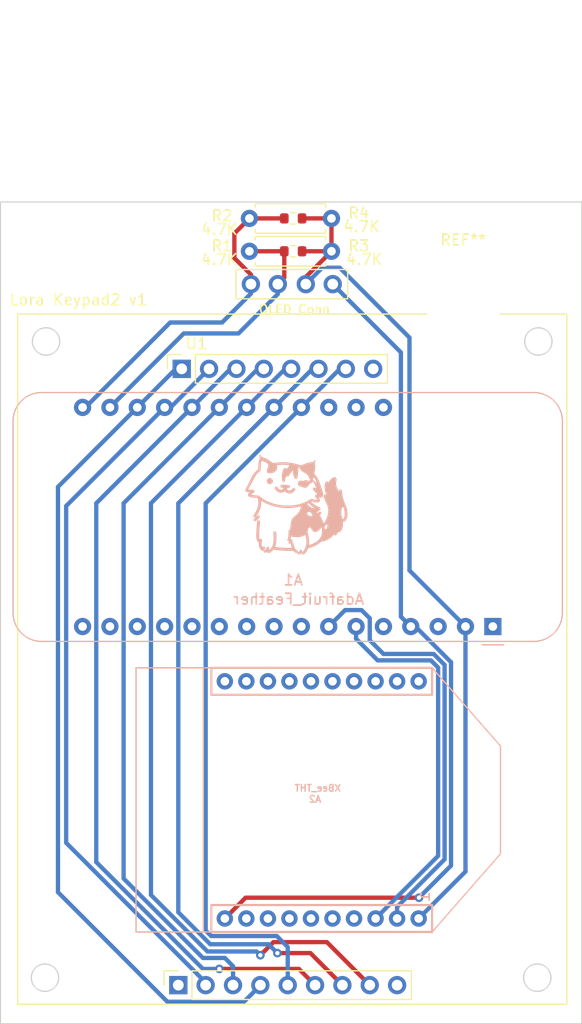
<source format=kicad_pcb>
(kicad_pcb (version 20221018) (generator pcbnew)
  (title_block (title "Lora Keypad2") (date "2023-08-30") (rev "v1"))
  (layers (0 "F.Cu" signal) (31 "B.Cu" signal) (34 "B.Paste" user) (35 "F.Paste" user) (36 "B.SilkS" user "B.Silkscreen") (37 "F.SilkS" user "F.Silkscreen") (38 "B.Mask" user) (39 "F.Mask" user) (44 "Edge.Cuts" user))
  (net 0 "")
  (net 2 "+3.3V")
  (net 4 "GND")
  (net 15 "I2C_SDA")
  (net 16 "I2C_SCL")
  (net 20 "TX")
  (net 21 "RX")
  (net 22 "C1")
  (net 23 "C2")
  (net 24 "C3")
  (net 25 "R1")
  (net 26 "R2")
  (net 27 "R3")
  (net 28 "R4")
  (footprint "Scotts:OLED-SSD1306-128X64-I2C-THT_2HOLE" (layer "F.Cu") (at 199.771 63.5 180)
    (fp_text reference "J1" hide)
    (fp_text value "OLED Conn" (at -0.254 -2.332) (layer "F.SilkS") (effects (font (size 0.8 0.8))))
    (pad "" np_thru_hole circle (at -11.65 0.5 180) (size 2.2 2.2) (drill 2.2) (layers "*.Cu" "*.Mask") (clearance 1.4))
    (pad "" np_thru_hole circle (at 11.65 0.5 180) (size 2.2 2.2) (drill 2.2) (layers "*.Cu" "*.Mask") (clearance 1.4))
    (pad "1" thru_hole circle (at 3.8 0 180) (size 1.7 1.7) (drill 1) (layers "*.Cu" "*.Mask") (net 15 "I2C_SDA"))
    (pad "2" thru_hole circle (at 1.3 0 180) (size 1.7 1.7) (drill 1) (layers "*.Cu" "*.Mask") (net 16 "I2C_SCL"))
    (pad "3" thru_hole circle (at -1.3 0 180) (size 1.7 1.7) (drill 1) (layers "*.Cu" "*.Mask") (net 2 "+3.3V"))
    (pad "4" thru_hole circle (at -3.8 0 180) (size 1.7 1.7) (drill 1) (layers "*.Cu" "*.Mask") (net 4 "GND"))
  )
  (footprint "Resistor_THT:R_Axial_DIN0207_L6.3mm_D2.5mm_P7.62mm_Horizontal" (layer "F.Cu") (at 203.454 60.452 180)
    (fp_text reference "R3" (at -2.54 0.508) (layer "F.SilkS"))
    (fp_text value "4.7K" (at -3.048 -0.762) (layer "F.SilkS"))
    (pad "1" thru_hole circle (at 0 0 180) (size 1.6 1.6) (drill 0.8) (layers "*.Cu" "*.Mask") (net 2 "+3.3V"))
    (pad "2" thru_hole oval (at 7.62 0 180) (size 1.6 1.6) (drill 0.8) (layers "*.Cu" "*.Mask") (net 16 "I2C_SCL"))
  )
  (footprint "Resistor_SMD:R_0603_1608Metric" (layer "F.Cu") (at 199.898 60.452 180)
    (fp_text reference "R1" (at 6.604 0.508) (layer "F.SilkS"))
    (fp_text value "4.7K" (at 6.858 -0.762) (layer "F.SilkS"))
    (pad "1" smd roundrect (at -0.825 0 180) (size 0.8 0.95) (layers "F.Cu" "F.Paste" "F.Mask") (net 2 "+3.3V"))
    (pad "2" smd roundrect (at 0.825 0 180) (size 0.8 0.95) (layers "F.Cu" "F.Paste" "F.Mask") (net 16 "I2C_SCL"))
  )
  (footprint "Resistor_THT:R_Axial_DIN0207_L6.3mm_D2.5mm_P7.62mm_Horizontal" (layer "F.Cu") (at 203.454 57.404 180)
    (fp_text reference "R4" (at -2.54 0.508) (layer "F.SilkS"))
    (fp_text value "4.7K" (at -2.794 -0.762) (layer "F.SilkS"))
    (pad "1" thru_hole circle (at 0 0 180) (size 1.6 1.6) (drill 0.8) (layers "*.Cu" "*.Mask") (net 2 "+3.3V"))
    (pad "2" thru_hole oval (at 7.62 0 180) (size 1.6 1.6) (drill 0.8) (layers "*.Cu" "*.Mask") (net 15 "I2C_SDA"))
  )
  (footprint "Resistor_SMD:R_0603_1608Metric" (layer "F.Cu") (at 199.898 57.404 180)
    (fp_text reference "R2" (at 6.604 0.254) (layer "F.SilkS"))
    (fp_text value "4.7K" (at 6.858 -1.016) (layer "F.SilkS"))
    (pad "1" smd roundrect (at -0.825 0 180) (size 0.8 0.95) (layers "F.Cu" "F.Paste" "F.Mask") (net 2 "+3.3V"))
    (pad "2" smd roundrect (at 0.825 0 180) (size 0.8 0.95) (layers "F.Cu" "F.Paste" "F.Mask") (net 15 "I2C_SDA"))
  )
  (footprint "MountingHole:MountingHole_8.4mm_M8" (layer "F.Cu") (at 215.7 68.8)
    (fp_text reference "REF**" (at 0 -9.4) (layer "F.SilkS"))
    (fp_text value "MountingHole_8.4mm_M8")
    (pad "" np_thru_hole circle (at 0 0) (size 8.4 8.4) (drill 8.4) (layers "*.Cu" "*.Mask"))
  )
  (footprint "keypad:3x4_keypad" (layer "F.Cu") (at 189.5475 71.355)
    (fp_text reference "U1" (at 1.3775 -2.33 unlocked) (layer "F.SilkS"))
    (fp_text value "~")
    (fp_circle (center -12.7 56.46) (end -11.43 56.46) (stroke (width 0.12)) (fill none) (layer "Edge.Cuts"))
    (fp_circle (center -12.6 -2.54) (end -12.6 -3.81) (stroke (width 0.12)) (fill none) (layer "Edge.Cuts"))
    (fp_circle (center 33.02 56.46) (end 34.29 56.46) (stroke (width 0.12)) (fill none) (layer "Edge.Cuts"))
    (fp_circle (center 33.12 -2.54) (end 31.85 -2.54) (stroke (width 0.12)) (fill none) (layer "Edge.Cuts"))
    (pad "A1" thru_hole rect (at 0 0 90) (size 1.7 1.7) (drill 1) (layers "*.Cu" "*.Mask") (net 22 "C1"))
    (pad "A2" thru_hole oval (at 2.54 0 90) (size 1.7 1.7) (drill 1) (layers "*.Cu" "*.Mask") (net 23 "C2"))
    (pad "A3" thru_hole oval (at 5.08 0 90) (size 1.7 1.7) (drill 1) (layers "*.Cu" "*.Mask") (net 24 "C3"))
    (pad "A4" thru_hole oval (at 7.62 0 90) (size 1.7 1.7) (drill 1) (layers "*.Cu" "*.Mask") (net 25 "R1"))
    (pad "A5" thru_hole oval (at 10.16 0 90) (size 1.7 1.7) (drill 1) (layers "*.Cu" "*.Mask") (net 26 "R2"))
    (pad "A6" thru_hole oval (at 12.7 0 90) (size 1.7 1.7) (drill 1) (layers "*.Cu" "*.Mask") (net 27 "R3"))
    (pad "A7" thru_hole oval (at 15.24 0 90) (size 1.7 1.7) (drill 1) (layers "*.Cu" "*.Mask") (net 28 "R4"))
    (pad "A8" thru_hole oval (at 17.78 0 90) (size 1.7 1.7) (drill 1) (layers "*.Cu" "*.Mask"))
    (pad "B1" thru_hole rect (at -0.3175 57.15 90) (size 1.7 1.7) (drill 1) (layers "*.Cu" "*.Mask"))
    (pad "B2" thru_hole oval (at 2.2225 57.15 90) (size 1.7 1.7) (drill 1) (layers "*.Cu" "*.Mask") (net 23 "C2"))
    (pad "B3" thru_hole oval (at 4.7625 57.15 90) (size 1.7 1.7) (drill 1) (layers "*.Cu" "*.Mask") (net 25 "R1"))
    (pad "B4" thru_hole oval (at 7.3025 57.15 90) (size 1.7 1.7) (drill 1) (layers "*.Cu" "*.Mask") (net 22 "C1"))
    (pad "B5" thru_hole oval (at 9.8425 57.15 90) (size 1.7 1.7) (drill 1) (layers "*.Cu" "*.Mask") (net 28 "R4"))
    (pad "B6" thru_hole oval (at 12.3825 57.15 90) (size 1.7 1.7) (drill 1) (layers "*.Cu" "*.Mask") (net 24 "C3"))
    (pad "B7" thru_hole oval (at 14.9225 57.15 90) (size 1.7 1.7) (drill 1) (layers "*.Cu" "*.Mask") (net 27 "R3"))
    (pad "B8" thru_hole oval (at 17.4625 57.15 90) (size 1.7 1.7) (drill 1) (layers "*.Cu" "*.Mask") (net 26 "R2"))
    (pad "B9" thru_hole oval (at 20.0025 57.15 90) (size 1.7 1.7) (drill 1) (layers "*.Cu" "*.Mask"))
  )
  (footprint "Scotts:chewi_15" (layer "B.Cu") (at 200.406 82.804 180)
    (fp_text reference "G***")
    (fp_text value "LOGO" hide)
  )
  (footprint "Scotts:XBEE" (layer "B.Cu") (at 191.55156 111.3282 90)
    (fp_text reference "A2" (at 0.0762 10.37844) (layer "B.SilkS") (effects (font (size 0.6096 0.6096) (thickness 0.127)) (justify mirror)))
    (fp_text value "XBee_THT" (at 1.0922 10.63244 180) (layer "B.SilkS") (effects (font (size 0.6096 0.6096) (thickness 0.127)) (justify mirror)))
    (fp_text user "1" (at -8.9916 20.50796 90) (layer "B.SilkS") (effects (font (size 1.016 1.016) (thickness 0.1524)) (justify mirror)))
    (pad "1" thru_hole circle (at -10.9982 19.99996 90) (size 1.524 1.524) (drill 0.79756) (layers "*.Cu" "*.Mask") (net 2 "+3.3V"))
    (pad "2" thru_hole circle (at -10.9982 17.99844 90) (size 1.524 1.524) (drill 0.79756) (layers "*.Cu" "*.Mask") (net 21 "RX"))
    (pad "3" thru_hole circle (at -10.9982 15.99946 90) (size 1.524 1.524) (drill 0.79756) (layers "*.Cu" "*.Mask") (net 20 "TX"))
    (pad "4" thru_hole circle (at -10.9982 13.99794 90) (size 1.524 1.524) (drill 0.79756) (layers "*.Cu" "*.Mask"))
    (pad "5" thru_hole circle (at -10.9982 11.99896 90) (size 1.524 1.524) (drill 0.79756) (layers "*.Cu" "*.Mask"))
    (pad "6" thru_hole circle (at -10.9982 9.99998 90) (size 1.524 1.524) (drill 0.79756) (layers "*.Cu" "*.Mask"))
    (pad "7" thru_hole circle (at -10.9982 7.99846 90) (size 1.524 1.524) (drill 0.79756) (layers "*.Cu" "*.Mask"))
    (pad "8" thru_hole circle (at -10.9982 5.99948 90) (size 1.524 1.524) (drill 0.79756) (layers "*.Cu" "*.Mask"))
    (pad "9" thru_hole circle (at -10.9982 3.99796 90) (size 1.524 1.524) (drill 0.79756) (layers "*.Cu" "*.Mask"))
    (pad "10" thru_hole circle (at -10.9982 1.99898 90) (size 1.524 1.524) (drill 0.79756) (layers "*.Cu" "*.Mask") (net 4 "GND"))
    (pad "11" thru_hole circle (at 10.9982 1.99898 90) (size 1.524 1.524) (drill 0.79756) (layers "*.Cu" "*.Mask"))
    (pad "12" thru_hole circle (at 10.9982 3.99796 90) (size 1.524 1.524) (drill 0.79756) (layers "*.Cu" "*.Mask"))
    (pad "13" thru_hole circle (at 10.9982 5.99948 90) (size 1.524 1.524) (drill 0.79756) (layers "*.Cu" "*.Mask"))
    (pad "14" thru_hole circle (at 10.9982 7.99846 90) (size 1.524 1.524) (drill 0.79756) (layers "*.Cu" "*.Mask"))
    (pad "15" thru_hole circle (at 10.9982 9.99998 90) (size 1.524 1.524) (drill 0.79756) (layers "*.Cu" "*.Mask"))
    (pad "16" thru_hole circle (at 10.9982 11.99896 90) (size 1.524 1.524) (drill 0.79756) (layers "*.Cu" "*.Mask"))
    (pad "17" thru_hole circle (at 10.9982 13.99794 90) (size 1.524 1.524) (drill 0.79756) (layers "*.Cu" "*.Mask"))
    (pad "18" thru_hole circle (at 10.9982 15.99946 90) (size 1.524 1.524) (drill 0.79756) (layers "*.Cu" "*.Mask"))
    (pad "19" thru_hole circle (at 10.9982 17.99844 90) (size 1.524 1.524) (drill 0.79756) (layers "*.Cu" "*.Mask"))
    (pad "20" thru_hole circle (at 10.9982 19.99996 90) (size 1.524 1.524) (drill 0.79756) (layers "*.Cu" "*.Mask"))
  )
  (footprint "Module:Adafruit_Feather" (layer "B.Cu") (at 218.44 95.25 90)
    (fp_text reference "A1" (at 4.318 -18.542 180) (layer "B.SilkS") (effects (justify mirror)))
    (fp_text value "Adafruit_Feather" (at 2.54 -18.034 180) (layer "B.SilkS") (effects (justify mirror)))
    (pad "1" thru_hole rect (at 0 0 270) (size 1.6 1.6) (drill 0.8) (layers "*.Cu" "*.Mask"))
    (pad "2" thru_hole circle (at 0 -2.54 270) (size 1.6 1.6) (drill 0.8) (layers "*.Cu" "*.Mask") (net 2 "+3.3V"))
    (pad "3" thru_hole circle (at 0 -5.08 270) (size 1.6 1.6) (drill 0.8) (layers "*.Cu" "*.Mask"))
    (pad "4" thru_hole circle (at 0 -7.62 270) (size 1.6 1.6) (drill 0.8) (layers "*.Cu" "*.Mask") (net 4 "GND"))
    (pad "5" thru_hole circle (at 0 -10.16 270) (size 1.6 1.6) (drill 0.8) (layers "*.Cu" "*.Mask"))
    (pad "6" thru_hole circle (at 0 -12.7 270) (size 1.6 1.6) (drill 0.8) (layers "*.Cu" "*.Mask") (net 20 "TX"))
    (pad "7" thru_hole circle (at 0 -15.24 270) (size 1.6 1.6) (drill 0.8) (layers "*.Cu" "*.Mask") (net 21 "RX"))
    (pad "8" thru_hole circle (at 0 -17.78 270) (size 1.6 1.6) (drill 0.8) (layers "*.Cu" "*.Mask"))
    (pad "9" thru_hole circle (at 0 -20.32 270) (size 1.6 1.6) (drill 0.8) (layers "*.Cu" "*.Mask"))
    (pad "10" thru_hole circle (at 0 -22.86 270) (size 1.6 1.6) (drill 0.8) (layers "*.Cu" "*.Mask"))
    (pad "11" thru_hole circle (at 0 -25.4 270) (size 1.6 1.6) (drill 0.8) (layers "*.Cu" "*.Mask"))
    (pad "12" thru_hole circle (at 0 -27.94 270) (size 1.6 1.6) (drill 0.8) (layers "*.Cu" "*.Mask"))
    (pad "13" thru_hole circle (at 0 -30.48 270) (size 1.6 1.6) (drill 0.8) (layers "*.Cu" "*.Mask"))
    (pad "14" thru_hole circle (at 0 -33.02 270) (size 1.6 1.6) (drill 0.8) (layers "*.Cu" "*.Mask"))
    (pad "15" thru_hole circle (at 0 -35.56 270) (size 1.6 1.6) (drill 0.8) (layers "*.Cu" "*.Mask"))
    (pad "16" thru_hole circle (at 0 -38.1 270) (size 1.6 1.6) (drill 0.8) (layers "*.Cu" "*.Mask"))
    (pad "17" thru_hole circle (at 20.32 -38.1 270) (size 1.6 1.6) (drill 0.8) (layers "*.Cu" "*.Mask") (net 15 "I2C_SDA"))
    (pad "18" thru_hole circle (at 20.32 -35.56 270) (size 1.6 1.6) (drill 0.8) (layers "*.Cu" "*.Mask") (net 16 "I2C_SCL"))
    (pad "19" thru_hole circle (at 20.32 -33.02 270) (size 1.6 1.6) (drill 0.8) (layers "*.Cu" "*.Mask") (net 22 "C1"))
    (pad "20" thru_hole circle (at 20.32 -30.48 270) (size 1.6 1.6) (drill 0.8) (layers "*.Cu" "*.Mask") (net 23 "C2"))
    (pad "21" thru_hole circle (at 20.32 -27.94 270) (size 1.6 1.6) (drill 0.8) (layers "*.Cu" "*.Mask") (net 24 "C3"))
    (pad "22" thru_hole circle (at 20.32 -25.4 270) (size 1.6 1.6) (drill 0.8) (layers "*.Cu" "*.Mask") (net 25 "R1"))
    (pad "23" thru_hole circle (at 20.32 -22.86 270) (size 1.6 1.6) (drill 0.8) (layers "*.Cu" "*.Mask") (net 26 "R2"))
    (pad "24" thru_hole circle (at 20.32 -20.32 270) (size 1.6 1.6) (drill 0.8) (layers "*.Cu" "*.Mask") (net 27 "R3"))
    (pad "25" thru_hole circle (at 20.32 -17.78 270) (size 1.6 1.6) (drill 0.8) (layers "*.Cu" "*.Mask") (net 28 "R4"))
    (pad "26" thru_hole circle (at 20.32 -15.24 270) (size 1.6 1.6) (drill 0.8) (layers "*.Cu" "*.Mask"))
    (pad "27" thru_hole circle (at 20.32 -12.7 270) (size 1.6 1.6) (drill 0.8) (layers "*.Cu" "*.Mask"))
    (pad "28" thru_hole circle (at 20.32 -10.16 270) (size 1.6 1.6) (drill 0.8) (layers "*.Cu" "*.Mask"))
  )
  (gr_line (start 172.72 132.08) (end 172.72 55.88) (stroke (width 0.1)) (layer "Edge.Cuts"))
  (gr_line (start 172.72 55.88) (end 226.695 55.88) (stroke (width 0.1)) (layer "Edge.Cuts"))
  (gr_line (start 226.695 132.08) (end 172.72 132.08) (stroke (width 0.1)) (layer "Edge.Cuts"))
  (gr_line (start 226.695 55.88) (end 226.695 132.08) (stroke (width 0.1)) (layer "Edge.Cuts"))
  (gr_text "${TITLE} ${REVISION}" (at 173.482 65.532) (layer "F.SilkS") (effects (font (size 1 1)) (justify left bottom)))
  (segment (start 201.071 63.5) (end 201.071 62.835) (width 0.4) (layer "F.Cu") (net 2))
  (segment (start 203.454 57.404) (end 203.454 60.452) (width 0.4) (layer "F.Cu") (net 2))
  (segment (start 201.071 62.835) (end 203.454 60.452) (width 0.4) (layer "F.Cu") (net 2))
  (segment (start 200.723 57.404) (end 203.454 57.404) (width 0.4) (layer "F.Cu") (net 2))
  (segment (start 200.723 60.452) (end 203.454 60.452) (width 0.4) (layer "F.Cu") (net 2))
  (segment (start 204.216 61.976) (end 202.595 61.976) (width 0.4) (layer "B.Cu") (net 2))
  (segment (start 215.9 95.25) (end 210.7 90.05) (width 0.4) (layer "B.Cu") (net 2))
  (segment (start 215.9 117.97792) (end 211.55152 122.3264) (width 0.4) (layer "B.Cu") (net 2))
  (segment (start 210.7 90.05) (end 210.7 68.46) (width 0.4) (layer "B.Cu") (net 2))
  (segment (start 210.7 68.46) (end 204.216 61.976) (width 0.4) (layer "B.Cu") (net 2))
  (segment (start 202.595 61.976) (end 201.071 63.5) (width 0.4) (layer "B.Cu") (net 2))
  (segment (start 215.9 95.25) (end 215.9 117.97792) (width 0.4) (layer "B.Cu") (net 2))
  (segment (start 195.48094 120.396) (end 193.55054 122.3264) (width 0.4) (layer "F.Cu") (net 4))
  (segment (start 211.582 120.396) (end 195.48094 120.396) (width 0.4) (layer "F.Cu") (net 4))
  (via (at 211.582 120.396) (size 0.8) (drill 0.4) (layers "F.Cu" "B.Cu") (net 4))
  (segment (start 214.56 98.562944) (end 214.56 117.418) (width 0.4) (layer "B.Cu") (net 4))
  (segment (start 203.571 63.5) (end 209.9 69.829) (width 0.4) (layer "B.Cu") (net 4))
  (segment (start 209.9 69.829) (end 209.9 94.33) (width 0.4) (layer "B.Cu") (net 4))
  (segment (start 210.82 95.25) (end 211.247056 95.25) (width 0.4) (layer "B.Cu") (net 4))
  (segment (start 214.56 117.418) (end 211.582 120.396) (width 0.4) (layer "B.Cu") (net 4))
  (segment (start 211.247056 95.25) (end 214.56 98.562944) (width 0.4) (layer "B.Cu") (net 4))
  (segment (start 209.9 94.33) (end 210.82 95.25) (width 0.4) (layer "B.Cu") (net 4))
  (segment (start 194.437 58.801) (end 194.437 61.077) (width 0.4) (layer "F.Cu") (net 15))
  (segment (start 195.971 62.611) (end 195.971 63.5) (width 0.4) (layer "F.Cu") (net 15))
  (segment (start 194.437 61.077) (end 195.971 62.611) (width 0.4) (layer "F.Cu") (net 15))
  (segment (start 199.073 57.404) (end 195.834 57.404) (width 0.4) (layer "F.Cu") (net 15))
  (segment (start 195.834 57.404) (end 194.437 58.801) (width 0.4) (layer "F.Cu") (net 15))
  (segment (start 188.472377 67.056) (end 180.598377 74.93) (width 0.4) (layer "B.Cu") (net 15))
  (segment (start 193.294 67.056) (end 188.472377 67.056) (width 0.4) (layer "B.Cu") (net 15))
  (segment (start 180.598377 74.93) (end 180.34 74.93) (width 0.4) (layer "B.Cu") (net 15))
  (segment (start 195.971 64.379) (end 193.294 67.056) (width 0.4) (layer "B.Cu") (net 15))
  (segment (start 195.971 63.5) (end 195.971 64.379) (width 0.4) (layer "B.Cu") (net 15))
  (segment (start 199.073 60.452) (end 195.834 60.452) (width 0.4) (layer "F.Cu") (net 16))
  (segment (start 199.073 62.898) (end 198.471 63.5) (width 0.4) (layer "F.Cu") (net 16))
  (segment (start 199.073 60.452) (end 199.073 62.898) (width 0.4) (layer "F.Cu") (net 16))
  (segment (start 194.818 68.072) (end 189.738 68.072) (width 0.4) (layer "B.Cu") (net 16))
  (segment (start 189.738 68.072) (end 182.88 74.93) (width 0.4) (layer "B.Cu") (net 16))
  (segment (start 198.471 64.419) (end 194.818 68.072) (width 0.4) (layer "B.Cu") (net 16))
  (segment (start 198.471 63.5) (end 198.471 64.419) (width 0.4) (layer "B.Cu") (net 16))
  (segment (start 207.74863 98.39) (end 212.69 98.39) (width 0.4) (layer "B.Cu") (net 20))
  (segment (start 212.69 98.39) (end 213.36 99.06) (width 0.4) (layer "B.Cu") (net 20))
  (segment (start 213.36 116.51742) (end 207.55102 122.3264) (width 0.4) (layer "B.Cu") (net 20))
  (segment (start 205.74 95.25) (end 205.74 96.38137) (width 0.4) (layer "B.Cu") (net 20))
  (segment (start 205.74 96.38137) (end 207.74863 98.39) (width 0.4) (layer "B.Cu") (net 20))
  (segment (start 213.36 99.06) (end 213.36 116.51742) (width 0.4) (layer "B.Cu") (net 20))
  (segment (start 204.724 93.726) (end 203.2 95.25) (width 0.4) (layer "B.Cu") (net 21))
  (segment (start 213.96 116.83877) (end 213.96 98.811472) (width 0.4) (layer "B.Cu") (net 21))
  (segment (start 212.938528 97.79) (end 208.28 97.79) (width 0.4) (layer "B.Cu") (net 21))
  (segment (start 206.248 93.726) (end 204.724 93.726) (width 0.4) (layer "B.Cu") (net 21))
  (segment (start 207.01 96.52) (end 207.01 94.488) (width 0.4) (layer "B.Cu") (net 21))
  (segment (start 209.55 121.24877) (end 213.96 116.83877) (width 0.4) (layer "B.Cu") (net 21))
  (segment (start 207.01 94.488) (end 206.248 93.726) (width 0.4) (layer "B.Cu") (net 21))
  (segment (start 213.96 98.811472) (end 212.938528 97.79) (width 0.4) (layer "B.Cu") (net 21))
  (segment (start 208.28 97.79) (end 207.01 96.52) (width 0.4) (layer "B.Cu") (net 21))
  (segment (start 209.55 122.3264) (end 209.55 121.24877) (width 0.4) (layer "B.Cu") (net 21))
  (segment (start 195.326 130.048) (end 196.8525 128.5215) (width 0.4) (layer "B.Cu") (net 22))
  (segment (start 189.5475 71.355) (end 188.995 71.355) (width 0.4) (layer "B.Cu") (net 22))
  (segment (start 178.054 82.296) (end 178.054 119.888) (width 0.4) (layer "B.Cu") (net 22))
  (segment (start 185.42 74.93) (end 178.054 82.296) (width 0.4) (layer "B.Cu") (net 22))
  (segment (start 188.995 71.355) (end 185.42 74.93) (width 0.4) (layer "B.Cu") (net 22))
  (segment (start 196.8525 128.5215) (end 196.8525 128.505) (width 0.4) (layer "B.Cu") (net 22))
  (segment (start 178.054 119.888) (end 188.214 130.048) (width 0.4) (layer "B.Cu") (net 22))
  (segment (start 188.214 130.048) (end 195.326 130.048) (width 0.4) (layer "B.Cu") (net 22))
  (segment (start 192.0875 71.355) (end 188.5125 74.93) (width 0.4) (layer "B.Cu") (net 23))
  (segment (start 188.5125 74.93) (end 187.96 74.93) (width 0.4) (layer "B.Cu") (net 23))
  (segment (start 178.816 84.074) (end 178.816 115.30525) (width 0.4) (layer "B.Cu") (net 23))
  (segment (start 187.96 74.93) (end 178.816 84.074) (width 0.4) (layer "B.Cu") (net 23))
  (segment (start 191.7725 128.26175) (end 191.7725 128.505) (width 0.4) (layer "B.Cu") (net 23))
  (segment (start 178.816 115.30525) (end 191.7725 128.26175) (width 0.4) (layer "B.Cu") (net 23))
  (segment (start 201.9325 128.505) (end 200.427496 126.999996) (width 0.4) (layer "F.Cu") (net 24))
  (segment (start 200.427496 126.999996) (end 193.04 126.999996) (width 0.4) (layer "F.Cu") (net 24))
  (via (at 193.04 126.999996) (size 0.8) (drill 0.4) (layers "F.Cu" "B.Cu") (net 24))
  (segment (start 190.5 74.93) (end 181.61 83.82) (width 0.4) (layer "B.Cu") (net 24))
  (segment (start 191.515996 126.999996) (end 193.04 126.999996) (width 0.4) (layer "B.Cu") (net 24))
  (segment (start 194.075 71.355) (end 190.5 74.93) (width 0.4) (layer "B.Cu") (net 24))
  (segment (start 181.61 117.094) (end 191.515996 126.999996) (width 0.4) (layer "B.Cu") (net 24))
  (segment (start 181.61 83.82) (end 181.61 117.094) (width 0.4) (layer "B.Cu") (net 24))
  (segment (start 194.6275 71.355) (end 194.075 71.355) (width 0.4) (layer "B.Cu") (net 24))
  (segment (start 184.15 118.618) (end 184.15 83.82) (width 0.4) (layer "B.Cu") (net 25))
  (segment (start 194.3125 126.7485) (end 193.548 125.984) (width 0.4) (layer "B.Cu") (net 25))
  (segment (start 194.3125 128.505) (end 194.3125 126.7485) (width 0.4) (layer "B.Cu") (net 25))
  (segment (start 191.516 125.984) (end 184.15 118.618) (width 0.4) (layer "B.Cu") (net 25))
  (segment (start 184.15 83.82) (end 193.04 74.93) (width 0.4) (layer "B.Cu") (net 25))
  (segment (start 196.615 71.355) (end 193.04 74.93) (width 0.4) (layer "B.Cu") (net 25))
  (segment (start 193.548 125.984) (end 191.516 125.984) (width 0.4) (layer "B.Cu") (net 25))
  (segment (start 197.1675 71.355) (end 196.615 71.355) (width 0.4) (layer "B.Cu") (net 25))
  (segment (start 198.064417 124.515589) (end 196.85 125.730006) (width 0.4) (layer "F.Cu") (net 26))
  (segment (start 207.0125 128.505) (end 203.023089 124.515589) (width 0.4) (layer "F.Cu") (net 26))
  (segment (start 203.023089 124.515589) (end 198.064417 124.515589) (width 0.4) (layer "F.Cu") (net 26))
  (via (at 196.85 125.730006) (size 0.8) (drill 0.4) (layers "F.Cu" "B.Cu") (net 26))
  (segment (start 191.932 125.384) (end 196.503994 125.384) (width 0.4) (layer "B.Cu") (net 26))
  (segment (start 186.69 83.82) (end 186.69 120.142) (width 0.4) (layer "B.Cu") (net 26))
  (segment (start 195.58 74.93) (end 186.69 83.82) (width 0.4) (layer "B.Cu") (net 26))
  (segment (start 199.7075 71.355) (end 199.155 71.355) (width 0.4) (layer "B.Cu") (net 26))
  (segment (start 199.155 71.355) (end 195.58 74.93) (width 0.4) (layer "B.Cu") (net 26))
  (segment (start 186.69 120.142) (end 191.932 125.384) (width 0.4) (layer "B.Cu") (net 26))
  (segment (start 196.503994 125.384) (end 196.85 125.730006) (width 0.4) (layer "B.Cu") (net 26))
  (segment (start 201.501186 125.533686) (end 198.431686 125.533686) (width 0.4) (layer "F.Cu") (net 27))
  (segment (start 204.4725 128.505) (end 201.501186 125.533686) (width 0.4) (layer "F.Cu") (net 27))
  (via (at 198.431686 125.533686) (size 0.8) (drill 0.4) (layers "F.Cu" "B.Cu") (net 27))
  (segment (start 201.695 71.355) (end 198.12 74.93) (width 0.4) (layer "B.Cu") (net 27))
  (segment (start 202.2475 71.355) (end 201.695 71.355) (width 0.4) (layer "B.Cu") (net 27))
  (segment (start 192.197056 124.714) (end 197.612 124.714) (width 0.4) (layer "B.Cu") (net 27))
  (segment (start 198.12 74.93) (end 189.23 83.82) (width 0.4) (layer "B.Cu") (net 27))
  (segment (start 197.612 124.714) (end 198.431686 125.533686) (width 0.4) (layer "B.Cu") (net 27))
  (segment (start 189.23 121.746944) (end 192.197056 124.714) (width 0.4) (layer "B.Cu") (net 27))
  (segment (start 189.23 83.82) (end 189.23 121.746944) (width 0.4) (layer "B.Cu") (net 27))
  (segment (start 191.77 83.82) (end 191.77 123.438416) (width 0.4) (layer "B.Cu") (net 28))
  (segment (start 192.283584 123.952) (end 198.374 123.952) (width 0.4) (layer "B.Cu") (net 28))
  (segment (start 198.374 123.952) (end 199.3925 124.9705) (width 0.4) (layer "B.Cu") (net 28))
  (segment (start 204.235 71.355) (end 200.66 74.93) (width 0.4) (layer "B.Cu") (net 28))
  (segment (start 200.66 74.93) (end 191.77 83.82) (width 0.4) (layer "B.Cu") (net 28))
  (segment (start 191.77 123.438416) (end 192.283584 123.952) (width 0.4) (layer "B.Cu") (net 28))
  (segment (start 204.7875 71.355) (end 204.235 71.355) (width 0.4) (layer "B.Cu") (net 28))
  (segment (start 199.3925 124.9705) (end 199.3925 128.505) (width 0.4) (layer "B.Cu") (net 28))
)
</source>
